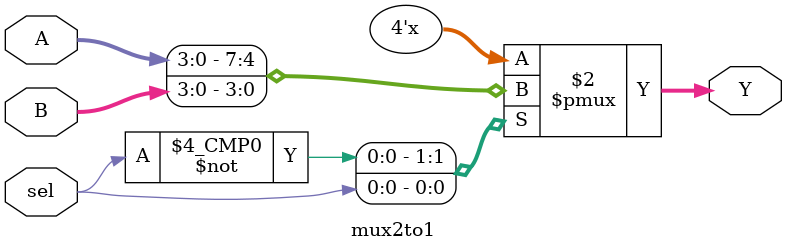
<source format=v>
`timescale 1ns / 1ps


module mux2to1(
    input [3:0]A,
    input [3:0]B,
    input sel,
    output reg [3:0]Y
    );
    
    always @ (A or B or sel)
    begin
        case(sel)
        1'b0: Y = A;
        1'b1: Y = B;
        endcase
    end 
    
endmodule

</source>
